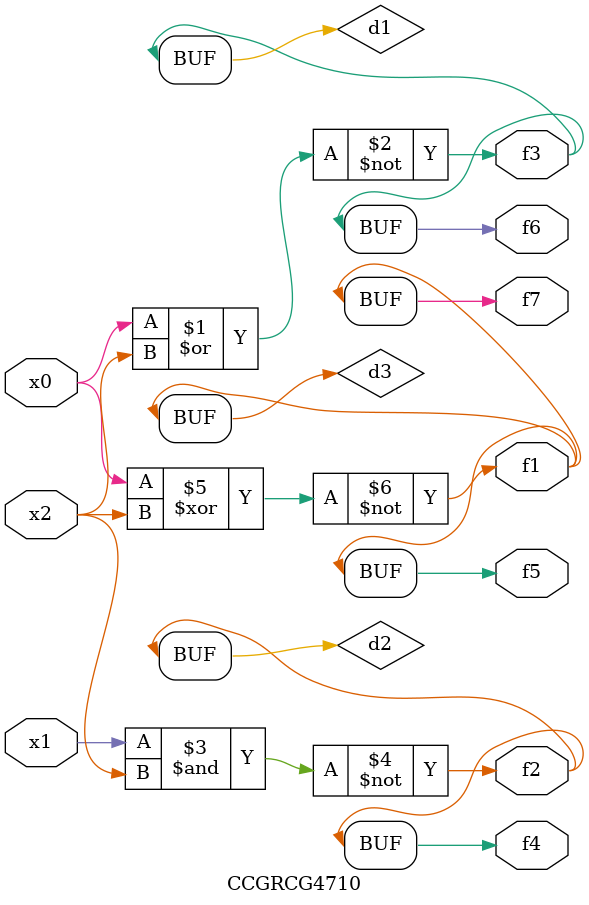
<source format=v>
module CCGRCG4710(
	input x0, x1, x2,
	output f1, f2, f3, f4, f5, f6, f7
);

	wire d1, d2, d3;

	nor (d1, x0, x2);
	nand (d2, x1, x2);
	xnor (d3, x0, x2);
	assign f1 = d3;
	assign f2 = d2;
	assign f3 = d1;
	assign f4 = d2;
	assign f5 = d3;
	assign f6 = d1;
	assign f7 = d3;
endmodule

</source>
